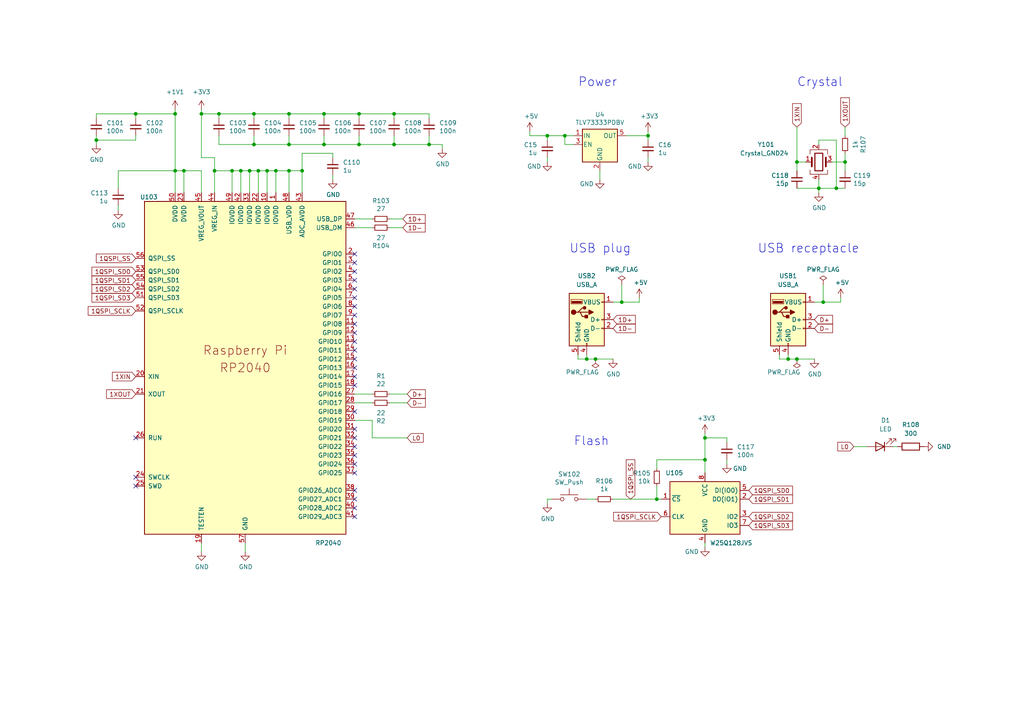
<source format=kicad_sch>
(kicad_sch (version 20231120) (generator "eeschema") (generator_version "8.0")
  (paper "A4")
  (lib_symbols
    (symbol "Connector:USB_A" (pin_names (offset 1.016))
      (property "Reference" "J" (at -5.08 11.43 0))
      (property "Value" "USB_A" (at -5.08 8.89 0))
      (symbol "USB_A_0_1"
        (rectangle (start -5.08 -7.62) (end 5.08 7.62) (stroke (width 0.254)) (fill (type background)))
        (circle (center -3.81 2.159) (radius 0.635) (stroke (width 0.254)) (fill (type outline)))
        (rectangle (start -1.524 4.826) (end -4.318 5.334) (fill (type outline)))
        (rectangle (start -1.27 4.572) (end -4.572 5.842))
        (circle (center -0.635 3.429) (radius 0.381) (stroke (width 0.254)) (fill (type outline)))
        (rectangle (start -0.127 -7.62) (end 0.127 -6.858))
        (polyline (pts (xy -3.175 2.159) (xy -2.54 2.159) (xy -1.27 3.429) (xy -0.635 3.429)) (stroke (width 0.254)))
        (polyline (pts (xy -2.54 2.159) (xy -1.905 2.159) (xy -1.27 0.889) (xy 0 0.889)) (stroke (width 0.254)))
        (polyline (pts (xy 0.635 2.794) (xy 0.635 1.524) (xy 1.905 2.159) (xy 0.635 2.794)) (stroke (width 0.254)) (fill (type outline)))
        (rectangle (start 0.254 1.27) (end -0.508 0.508) (stroke (width 0.254)) (fill (type outline)))
        (rectangle (start 5.08 -2.667) (end 4.318 -2.413))
        (rectangle (start 5.08 -0.127) (end 4.318 0.127))
        (rectangle (start 5.08 4.953) (end 4.318 5.207))
      )
      (symbol "USB_A_1_1"
        (polyline (pts (xy -1.905 2.159) (xy 0.635 2.159)) (stroke (width 0.254)))
        (pin power_in line (at 7.62 5.08 180) (length 2.54) (name "VBUS") (number "1"))
        (pin bidirectional line (at 7.62 -2.54 180) (length 2.54) (name "D-") (number "2"))
        (pin bidirectional line (at 7.62 0 180) (length 2.54) (name "D+") (number "3"))
        (pin power_in line (at 0 -10.16 90) (length 2.54) (name "GND") (number "4"))
        (pin passive line (at -2.54 -10.16 90) (length 2.54) (name "Shield") (number "5"))
      )
    )
    (symbol "Device:C_Small" (pin_numbers hide) (pin_names (offset 0.254) hide)
      (property "Reference" "C" (at 0.254 1.778 0))
      (property "Value" "C_Small" (at 0.254 -2.032 0))
      (symbol "C_Small_0_1"
        (polyline (pts (xy -1.524 -0.508) (xy 1.524 -0.508)) (stroke (width 0.3302)))
        (polyline (pts (xy -1.524 0.508) (xy 1.524 0.508)) (stroke (width 0.3048)))
      )
      (symbol "C_Small_1_1"
        (pin passive line (at 0 2.54 270) (length 2.032) (name "~") (number "1"))
        (pin passive line (at 0 -2.54 90) (length 2.032) (name "~") (number "2"))
      )
    )
    (symbol "Device:Crystal_GND24" (pin_names (offset 1.016) hide)
      (property "Reference" "Y" (at 3.175 5.08 0))
      (property "Value" "Crystal_GND24" (at 3.175 3.175 0))
      (symbol "Crystal_GND24_0_1"
        (rectangle (start -1.143 2.54) (end 1.143 -2.54) (stroke (width 0.3048)))
        (polyline (pts (xy -2.54 0) (xy -2.032 0)))
        (polyline (pts (xy -2.032 -1.27) (xy -2.032 1.27)) (stroke (width 0.508)))
        (polyline (pts (xy 0 -3.81) (xy 0 -3.556)))
        (polyline (pts (xy 0 3.556) (xy 0 3.81)))
        (polyline (pts (xy 2.032 -1.27) (xy 2.032 1.27)) (stroke (width 0.508)))
        (polyline (pts (xy 2.032 0) (xy 2.54 0)))
        (polyline (pts (xy -2.54 -2.286) (xy -2.54 -3.556) (xy 2.54 -3.556) (xy 2.54 -2.286)))
        (polyline (pts (xy -2.54 2.286) (xy -2.54 3.556) (xy 2.54 3.556) (xy 2.54 2.286)))
      )
      (symbol "Crystal_GND24_1_1"
        (pin passive line (at -3.81 0 0) (length 1.27) (name "1") (number "1"))
        (pin passive line (at 0 5.08 270) (length 1.27) (name "2") (number "2"))
        (pin passive line (at 3.81 0 180) (length 1.27) (name "3") (number "3"))
        (pin passive line (at 0 -5.08 90) (length 1.27) (name "4") (number "4"))
      )
    )
    (symbol "Device:LED" (pin_numbers hide) (pin_names (offset 1.016) hide)
      (property "Reference" "D" (at 0 2.54 0))
      (property "Value" "LED" (at 0 -2.54 0))
      (symbol "LED_0_1"
        (polyline (pts (xy -1.27 -1.27) (xy -1.27 1.27)) (stroke (width 0.254)))
        (polyline (pts (xy -1.27 0) (xy 1.27 0)))
        (polyline (pts (xy 1.27 -1.27) (xy 1.27 1.27) (xy -1.27 0) (xy 1.27 -1.27)) (stroke (width 0.254)))
        (polyline (pts (xy -3.048 -0.762) (xy -4.572 -2.286) (xy -3.81 -2.286) (xy -4.572 -2.286) (xy -4.572 -1.524)))
        (polyline (pts (xy -1.778 -0.762) (xy -3.302 -2.286) (xy -2.54 -2.286) (xy -3.302 -2.286) (xy -3.302 -1.524)))
      )
      (symbol "LED_1_1"
        (pin passive line (at -3.81 0 0) (length 2.54) (name "K") (number "1"))
        (pin passive line (at 3.81 0 180) (length 2.54) (name "A") (number "2"))
      )
    )
    (symbol "Device:R" (pin_numbers hide) (pin_names (offset 0))
      (property "Reference" "R" (at 2.032 0 90))
      (property "Value" "R" (at 0 0 90))
      (symbol "R_0_1"
        (rectangle (start -1.016 -2.54) (end 1.016 2.54) (stroke (width 0.254)))
      )
      (symbol "R_1_1"
        (pin passive line (at 0 3.81 270) (length 1.27) (name "~") (number "1"))
        (pin passive line (at 0 -3.81 90) (length 1.27) (name "~") (number "2"))
      )
    )
    (symbol "Device:R_Small" (pin_numbers hide) (pin_names (offset 0.254) hide)
      (property "Reference" "R" (at 0.762 0.508 0))
      (property "Value" "R_Small" (at 0.762 -1.016 0))
      (symbol "R_Small_0_1"
        (rectangle (start -0.762 1.778) (end 0.762 -1.778) (stroke (width 0.2032)))
      )
      (symbol "R_Small_1_1"
        (pin passive line (at 0 2.54 270) (length 0.762) (name "~") (number "1"))
        (pin passive line (at 0 -2.54 90) (length 0.762) (name "~") (number "2"))
      )
    )
    (symbol "GND_1" (power) (pin_numbers hide) (pin_names (offset 0) hide)
      (property "Value" "GND" (at 0 -3.81 0))
      (symbol "GND_1_0_1"
        (polyline (pts (xy 0 0) (xy 0 -1.27) (xy 1.27 -1.27) (xy 0 -2.54) (xy -1.27 -1.27) (xy 0 -1.27)))
      )
      (symbol "GND_1_1_1"
        (pin power_in line (at 0 0 270) (length 0) (name "~") (number "1"))
      )
    )
    (symbol "Memory_Flash:W25Q128JVS"
      (property "Reference" "U" (at -8.89 8.89 0))
      (property "Value" "W25Q128JVS" (at 7.62 8.89 0))
      (symbol "W25Q128JVS_0_1"
        (rectangle (start -10.16 7.62) (end 10.16 -7.62) (stroke (width 0.254)) (fill (type background)))
      )
      (symbol "W25Q128JVS_1_1"
        (pin input line (at -12.7 2.54 0) (length 2.54) (name "~{CS}") (number "1"))
        (pin bidirectional line (at 12.7 2.54 180) (length 2.54) (name "DO(IO1)") (number "2"))
        (pin bidirectional line (at 12.7 -2.54 180) (length 2.54) (name "IO2") (number "3"))
        (pin power_in line (at 0 -10.16 90) (length 2.54) (name "GND") (number "4"))
        (pin bidirectional line (at 12.7 5.08 180) (length 2.54) (name "DI(IO0)") (number "5"))
        (pin input line (at -12.7 -2.54 0) (length 2.54) (name "CLK") (number "6"))
        (pin bidirectional line (at 12.7 -5.08 180) (length 2.54) (name "IO3") (number "7"))
        (pin power_in line (at 0 10.16 270) (length 2.54) (name "VCC") (number "8"))
      )
    )
    (symbol "RP2040:RP2040" (pin_names (offset 1.016))
      (property "Reference" "U" (at -29.21 49.53 0))
      (property "Value" "RP2040" (at 24.13 -49.53 0))
      (symbol "RP2040_0_0"
        (text "Raspberry Pi" (at 0 5.08 0) (effects (font (size 2.54 2.54))))
        (text "RP2040" (at 0 0 0) (effects (font (size 2.54 2.54))))
      )
      (symbol "RP2040_0_1"
        (rectangle (start 29.21 48.26) (end -29.21 -48.26) (stroke (width 0.254)) (fill (type background)))
      )
      (symbol "RP2040_1_1"
        (pin power_in line (at 8.89 50.8 270) (length 2.54) (name "IOVDD") (number "1"))
        (pin power_in line (at 6.35 50.8 270) (length 2.54) (name "IOVDD") (number "10"))
        (pin bidirectional line (at 31.75 12.7 180) (length 2.54) (name "GPIO8") (number "11"))
        (pin bidirectional line (at 31.75 10.16 180) (length 2.54) (name "GPIO9") (number "12"))
        (pin bidirectional line (at 31.75 7.62 180) (length 2.54) (name "GPIO10") (number "13"))
        (pin bidirectional line (at 31.75 5.08 180) (length 2.54) (name "GPIO11") (number "14"))
        (pin bidirectional line (at 31.75 2.54 180) (length 2.54) (name "GPIO12") (number "15"))
        (pin bidirectional line (at 31.75 0 180) (length 2.54) (name "GPIO13") (number "16"))
        (pin bidirectional line (at 31.75 -2.54 180) (length 2.54) (name "GPIO14") (number "17"))
        (pin bidirectional line (at 31.75 -5.08 180) (length 2.54) (name "GPIO15") (number "18"))
        (pin passive line (at -12.7 -50.8 90) (length 2.54) (name "TESTEN") (number "19"))
        (pin bidirectional line (at 31.75 33.02 180) (length 2.54) (name "GPIO0") (number "2"))
        (pin input line (at -31.75 -2.54 0) (length 2.54) (name "XIN") (number "20"))
        (pin passive line (at -31.75 -7.62 0) (length 2.54) (name "XOUT") (number "21"))
        (pin power_in line (at 3.81 50.8 270) (length 2.54) (name "IOVDD") (number "22"))
        (pin power_in line (at -17.78 50.8 270) (length 2.54) (name "DVDD") (number "23"))
        (pin output line (at -31.75 -31.75 0) (length 2.54) (name "SWCLK") (number "24"))
        (pin bidirectional line (at -31.75 -34.29 0) (length 2.54) (name "SWD") (number "25"))
        (pin input line (at -31.75 -20.32 0) (length 2.54) (name "RUN") (number "26"))
        (pin bidirectional line (at 31.75 -7.62 180) (length 2.54) (name "GPIO16") (number "27"))
        (pin bidirectional line (at 31.75 -10.16 180) (length 2.54) (name "GPIO17") (number "28"))
        (pin bidirectional line (at 31.75 -12.7 180) (length 2.54) (name "GPIO18") (number "29"))
        (pin bidirectional line (at 31.75 30.48 180) (length 2.54) (name "GPIO1") (number "3"))
        (pin bidirectional line (at 31.75 -15.24 180) (length 2.54) (name "GPIO19") (number "30"))
        (pin bidirectional line (at 31.75 -17.78 180) (length 2.54) (name "GPIO20") (number "31"))
        (pin bidirectional line (at 31.75 -20.32 180) (length 2.54) (name "GPIO21") (number "32"))
        (pin power_in line (at 1.27 50.8 270) (length 2.54) (name "IOVDD") (number "33"))
        (pin bidirectional line (at 31.75 -22.86 180) (length 2.54) (name "GPIO22") (number "34"))
        (pin bidirectional line (at 31.75 -25.4 180) (length 2.54) (name "GPIO23") (number "35"))
        (pin bidirectional line (at 31.75 -27.94 180) (length 2.54) (name "GPIO24") (number "36"))
        (pin bidirectional line (at 31.75 -30.48 180) (length 2.54) (name "GPIO25") (number "37"))
        (pin bidirectional line (at 31.75 -35.56 180) (length 2.54) (name "GPIO26_ADC0") (number "38"))
        (pin bidirectional line (at 31.75 -38.1 180) (length 2.54) (name "GPIO27_ADC1") (number "39"))
        (pin bidirectional line (at 31.75 27.94 180) (length 2.54) (name "GPIO2") (number "4"))
        (pin bidirectional line (at 31.75 -40.64 180) (length 2.54) (name "GPIO28_ADC2") (number "40"))
        (pin bidirectional line (at 31.75 -43.18 180) (length 2.54) (name "GPIO29_ADC3") (number "41"))
        (pin power_in line (at -1.27 50.8 270) (length 2.54) (name "IOVDD") (number "42"))
        (pin power_in line (at 16.51 50.8 270) (length 2.54) (name "ADC_AVDD") (number "43"))
        (pin power_in line (at -8.89 50.8 270) (length 2.54) (name "VREG_IN") (number "44"))
        (pin power_out line (at -12.7 50.8 270) (length 2.54) (name "VREG_VOUT") (number "45"))
        (pin bidirectional line (at 31.75 40.64 180) (length 2.54) (name "USB_DM") (number "46"))
        (pin bidirectional line (at 31.75 43.18 180) (length 2.54) (name "USB_DP") (number "47"))
        (pin power_in line (at 12.7 50.8 270) (length 2.54) (name "USB_VDD") (number "48"))
        (pin power_in line (at -3.81 50.8 270) (length 2.54) (name "IOVDD") (number "49"))
        (pin bidirectional line (at 31.75 25.4 180) (length 2.54) (name "GPIO3") (number "5"))
        (pin power_in line (at -20.32 50.8 270) (length 2.54) (name "DVDD") (number "50"))
        (pin bidirectional line (at -31.75 20.32 0) (length 2.54) (name "QSPI_SD3") (number "51"))
        (pin output line (at -31.75 16.51 0) (length 2.54) (name "QSPI_SCLK") (number "52"))
        (pin bidirectional line (at -31.75 27.94 0) (length 2.54) (name "QSPI_SD0") (number "53"))
        (pin bidirectional line (at -31.75 22.86 0) (length 2.54) (name "QSPI_SD2") (number "54"))
        (pin bidirectional line (at -31.75 25.4 0) (length 2.54) (name "QSPI_SD1") (number "55"))
        (pin bidirectional line (at -31.75 31.75 0) (length 2.54) (name "QSPI_SS") (number "56"))
        (pin power_in line (at 0 -50.8 90) (length 2.54) (name "GND") (number "57"))
        (pin bidirectional line (at 31.75 22.86 180) (length 2.54) (name "GPIO4") (number "6"))
        (pin bidirectional line (at 31.75 20.32 180) (length 2.54) (name "GPIO5") (number "7"))
        (pin bidirectional line (at 31.75 17.78 180) (length 2.54) (name "GPIO6") (number "8"))
        (pin bidirectional line (at 31.75 15.24 180) (length 2.54) (name "GPIO7") (number "9"))
      )
    )
    (symbol "Regulator_Linear:TLV73333PDBV" (pin_names (offset 0.254))
      (property "Reference" "U" (at -3.81 5.715 0))
      (property "Value" "TLV73333PDBV" (at 0 5.715 0))
      (symbol "TLV73333PDBV_0_1"
        (rectangle (start -5.08 4.445) (end 5.08 -5.08) (stroke (width 0.254)) (fill (type background)))
      )
      (symbol "TLV73333PDBV_1_1"
        (pin power_in line (at -7.62 2.54 0) (length 2.54) (name "IN") (number "1"))
        (pin power_in line (at 0 -7.62 90) (length 2.54) (name "GND") (number "2"))
        (pin input line (at -7.62 0 0) (length 2.54) (name "EN") (number "3"))
        (pin no_connect line (at 5.08 0 180) (length 2.54) hide (name "NC") (number "4"))
        (pin power_out line (at 7.62 2.54 180) (length 2.54) (name "OUT") (number "5"))
      )
    )
    (symbol "Switch:SW_Push" (pin_numbers hide) (pin_names (offset 1.016) hide)
      (property "Reference" "SW" (at 1.27 2.54 0))
      (property "Value" "SW_Push" (at 0 -1.524 0))
      (symbol "SW_Push_0_1"
        (circle (center -2.032 0) (radius 0.508))
        (polyline (pts (xy 0 1.27) (xy 0 3.048)))
        (polyline (pts (xy 2.54 1.27) (xy -2.54 1.27)))
        (circle (center 2.032 0) (radius 0.508))
        (pin passive line (at -5.08 0 0) (length 2.54) (name "1") (number "1"))
        (pin passive line (at 5.08 0 180) (length 2.54) (name "2") (number "2"))
      )
    )
    (symbol "power:+1V1" (power) (pin_names (offset 0))
      (property "Value" "+1V1" (at 0 3.556 0))
      (symbol "+1V1_0_1"
        (polyline (pts (xy -0.762 1.27) (xy 0 2.54)))
        (polyline (pts (xy 0 0) (xy 0 2.54)))
        (polyline (pts (xy 0 2.54) (xy 0.762 1.27)))
      )
      (symbol "+1V1_1_1"
        (pin power_in line (at 0 0 90) (length 0) hide (name "+1V1") (number "1"))
      )
    )
    (symbol "power:+3V3" (power) (pin_names (offset 0))
      (property "Value" "+3V3" (at 0 3.556 0))
      (symbol "+3V3_0_1"
        (polyline (pts (xy -0.762 1.27) (xy 0 2.54)))
        (polyline (pts (xy 0 0) (xy 0 2.54)))
        (polyline (pts (xy 0 2.54) (xy 0.762 1.27)))
      )
      (symbol "+3V3_1_1"
        (pin power_in line (at 0 0 90) (length 0) hide (name "+3V3") (number "1"))
      )
    )
    (symbol "power:+5V" (power) (pin_names (offset 0))
      (property "Value" "+5V" (at 0 3.556 0))
      (symbol "+5V_0_1"
        (polyline (pts (xy -0.762 1.27) (xy 0 2.54)))
        (polyline (pts (xy 0 0) (xy 0 2.54)))
        (polyline (pts (xy 0 2.54) (xy 0.762 1.27)))
      )
      (symbol "+5V_1_1"
        (pin power_in line (at 0 0 90) (length 0) hide (name "+5V") (number "1"))
      )
    )
    (symbol "power:GND" (power) (pin_names (offset 0))
      (property "Value" "GND" (at 0 -3.81 0))
      (symbol "GND_0_1"
        (polyline (pts (xy 0 0) (xy 0 -1.27) (xy 1.27 -1.27) (xy 0 -2.54) (xy -1.27 -1.27) (xy 0 -1.27)))
      )
      (symbol "GND_1_1"
        (pin power_in line (at 0 0 270) (length 0) hide (name "GND") (number "1"))
      )
    )
    (symbol "power:PWR_FLAG" (power) (pin_numbers hide) (pin_names (offset 0) hide)
      (property "Value" "PWR_FLAG" (at 0 3.81 0))
      (symbol "PWR_FLAG_0_0"
        (pin power_out line (at 0 0 90) (length 0) (name "pwr") (number "1"))
      )
      (symbol "PWR_FLAG_0_1"
        (polyline (pts (xy 0 0) (xy 0 1.27) (xy -1.016 1.905) (xy 0 2.54) (xy 1.016 1.905) (xy 0 1.27)))
      )
    )
  )
  (junction (at 245.11 46.99))
  (junction (at 83.82 41.91))
  (junction (at 124.46 41.91))
  (junction (at 172.72 104.14))
  (junction (at 73.66 33.02))
  (junction (at 180.34 87.63))
  (junction (at 63.5 33.02))
  (junction (at 204.47 133.35))
  (junction (at 73.66 41.91))
  (junction (at 62.23 49.53))
  (junction (at 114.3 33.02))
  (junction (at 69.85 49.53))
  (junction (at 53.34 49.53))
  (junction (at 83.82 49.53))
  (junction (at 104.14 41.91))
  (junction (at 93.98 41.91))
  (junction (at 187.96 39.37))
  (junction (at 228.6 104.14))
  (junction (at 163.83 39.37))
  (junction (at 39.37 33.02))
  (junction (at 83.82 33.02))
  (junction (at 238.76 87.63))
  (junction (at 58.42 33.02))
  (junction (at 237.49 54.61))
  (junction (at 170.18 104.14))
  (junction (at 93.98 33.02))
  (junction (at 74.93 49.53))
  (junction (at 27.94 40.64))
  (junction (at 190.5 144.78))
  (junction (at 87.63 49.53))
  (junction (at 77.47 49.53))
  (junction (at 158.75 39.37))
  (junction (at 80.01 49.53))
  (junction (at 104.14 33.02))
  (junction (at 231.14 104.14))
  (junction (at 50.8 49.53))
  (junction (at 204.47 127))
  (junction (at 67.31 49.53))
  (junction (at 242.57 54.61))
  (junction (at 72.39 49.53))
  (junction (at 50.8 33.02))
  (junction (at 231.14 46.99))
  (junction (at 114.3 41.91))
  (no_connect (at 39.37 140.97))
  (no_connect (at 102.87 129.54))
  (no_connect (at 102.87 132.08))
  (no_connect (at 39.37 138.43))
  (no_connect (at 102.87 134.62))
  (no_connect (at 102.87 88.9))
  (no_connect (at 102.87 73.66))
  (no_connect (at 102.87 106.68))
  (no_connect (at 102.87 109.22))
  (no_connect (at 102.87 111.76))
  (no_connect (at 102.87 81.28))
  (no_connect (at 39.37 127))
  (no_connect (at 102.87 137.16))
  (no_connect (at 102.87 127))
  (no_connect (at 102.87 142.24))
  (no_connect (at 102.87 96.52))
  (no_connect (at 102.87 104.14))
  (no_connect (at 102.87 78.74))
  (no_connect (at 102.87 149.86))
  (no_connect (at 102.87 101.6))
  (no_connect (at 102.87 147.32))
  (no_connect (at 102.87 91.44))
  (no_connect (at 102.87 86.36))
  (no_connect (at 102.87 144.78))
  (no_connect (at 102.87 119.38))
  (no_connect (at 102.87 83.82))
  (no_connect (at 102.87 124.46))
  (no_connect (at 102.87 93.98))
  (no_connect (at 102.87 99.06))
  (no_connect (at 102.87 76.2))
  (wire (pts (xy 170.18 144.78) (xy 172.72 144.78)))
  (wire (pts (xy 69.85 49.53) (xy 72.39 49.53)))
  (wire (pts (xy 158.75 144.78) (xy 160.02 144.78)))
  (wire (pts (xy 80.01 49.53) (xy 83.82 49.53)))
  (wire (pts (xy 167.64 102.87) (xy 167.64 104.14)))
  (wire (pts (xy 180.34 87.63) (xy 185.42 87.63)))
  (wire (pts (xy 34.29 59.69) (xy 34.29 60.96)))
  (wire (pts (xy 74.93 49.53) (xy 77.47 49.53)))
  (wire (pts (xy 93.98 34.29) (xy 93.98 33.02)))
  (wire (pts (xy 190.5 140.97) (xy 190.5 144.78)))
  (wire (pts (xy 228.6 102.87) (xy 228.6 104.14)))
  (wire (pts (xy 228.6 104.14) (xy 231.14 104.14)))
  (wire (pts (xy 231.14 54.61) (xy 237.49 54.61)))
  (wire (pts (xy 114.3 41.91) (xy 124.46 41.91)))
  (wire (pts (xy 104.14 33.02) (xy 114.3 33.02)))
  (wire (pts (xy 27.94 40.64) (xy 39.37 40.64)))
  (wire (pts (xy 181.61 39.37) (xy 187.96 39.37)))
  (wire (pts (xy 27.94 33.02) (xy 39.37 33.02)))
  (wire (pts (xy 102.87 116.84) (xy 107.95 116.84)))
  (wire (pts (xy 71.12 157.48) (xy 71.12 160.02)))
  (wire (pts (xy 187.96 39.37) (xy 187.96 40.64)))
  (wire (pts (xy 166.37 39.37) (xy 163.83 39.37)))
  (wire (pts (xy 73.66 39.37) (xy 73.66 41.91)))
  (wire (pts (xy 83.82 55.88) (xy 83.82 49.53)))
  (wire (pts (xy 231.14 36.83) (xy 231.14 46.99)))
  (wire (pts (xy 67.31 49.53) (xy 69.85 49.53)))
  (wire (pts (xy 242.57 40.64) (xy 242.57 54.61)))
  (wire (pts (xy 113.03 116.84) (xy 118.11 116.84)))
  (wire (pts (xy 53.34 49.53) (xy 58.42 49.53)))
  (wire (pts (xy 124.46 39.37) (xy 124.46 41.91)))
  (wire (pts (xy 102.87 66.04) (xy 107.95 66.04)))
  (wire (pts (xy 114.3 34.29) (xy 114.3 33.02)))
  (wire (pts (xy 177.8 87.63) (xy 180.34 87.63)))
  (wire (pts (xy 67.31 55.88) (xy 67.31 49.53)))
  (wire (pts (xy 124.46 41.91) (xy 128.27 41.91)))
  (wire (pts (xy 83.82 34.29) (xy 83.82 33.02)))
  (wire (pts (xy 107.95 127) (xy 107.95 121.92)))
  (wire (pts (xy 158.75 39.37) (xy 163.83 39.37)))
  (wire (pts (xy 53.34 49.53) (xy 53.34 55.88)))
  (wire (pts (xy 237.49 41.91) (xy 237.49 40.64)))
  (wire (pts (xy 243.84 87.63) (xy 243.84 86.36)))
  (wire (pts (xy 128.27 41.91) (xy 128.27 43.18)))
  (wire (pts (xy 87.63 49.53) (xy 87.63 55.88)))
  (wire (pts (xy 245.11 46.99) (xy 245.11 49.53)))
  (wire (pts (xy 34.29 54.61) (xy 34.29 49.53)))
  (wire (pts (xy 102.87 114.3) (xy 107.95 114.3)))
  (wire (pts (xy 237.49 52.07) (xy 237.49 54.61)))
  (wire (pts (xy 233.68 46.99) (xy 231.14 46.99)))
  (wire (pts (xy 83.82 41.91) (xy 93.98 41.91)))
  (wire (pts (xy 241.3 46.99) (xy 245.11 46.99)))
  (wire (pts (xy 58.42 33.02) (xy 63.5 33.02)))
  (wire (pts (xy 62.23 49.53) (xy 62.23 45.72)))
  (wire (pts (xy 96.52 45.72) (xy 96.52 44.45)))
  (wire (pts (xy 27.94 39.37) (xy 27.94 40.64)))
  (wire (pts (xy 158.75 45.72) (xy 158.75 46.99)))
  (wire (pts (xy 102.87 63.5) (xy 107.95 63.5)))
  (wire (pts (xy 113.03 114.3) (xy 118.11 114.3)))
  (wire (pts (xy 63.5 33.02) (xy 73.66 33.02)))
  (wire (pts (xy 62.23 55.88) (xy 62.23 49.53)))
  (wire (pts (xy 62.23 49.53) (xy 67.31 49.53)))
  (wire (pts (xy 210.82 127) (xy 210.82 128.27)))
  (wire (pts (xy 63.5 39.37) (xy 63.5 41.91)))
  (wire (pts (xy 73.66 34.29) (xy 73.66 33.02)))
  (wire (pts (xy 73.66 41.91) (xy 83.82 41.91)))
  (wire (pts (xy 113.03 66.04) (xy 116.84 66.04)))
  (wire (pts (xy 27.94 40.64) (xy 27.94 41.91)))
  (wire (pts (xy 104.14 41.91) (xy 114.3 41.91)))
  (wire (pts (xy 83.82 49.53) (xy 87.63 49.53)))
  (wire (pts (xy 107.95 121.92) (xy 102.87 121.92)))
  (wire (pts (xy 77.47 49.53) (xy 80.01 49.53)))
  (wire (pts (xy 73.66 33.02) (xy 83.82 33.02)))
  (wire (pts (xy 72.39 55.88) (xy 72.39 49.53)))
  (wire (pts (xy 50.8 33.02) (xy 50.8 49.53)))
  (wire (pts (xy 77.47 55.88) (xy 77.47 49.53)))
  (wire (pts (xy 204.47 133.35) (xy 204.47 137.16)))
  (wire (pts (xy 187.96 45.72) (xy 187.96 46.99)))
  (wire (pts (xy 245.11 46.99) (xy 245.11 44.45)))
  (wire (pts (xy 173.99 49.53) (xy 173.99 52.07)))
  (wire (pts (xy 83.82 39.37) (xy 83.82 41.91)))
  (wire (pts (xy 63.5 34.29) (xy 63.5 33.02)))
  (wire (pts (xy 58.42 45.72) (xy 58.42 33.02)))
  (wire (pts (xy 187.96 38.1) (xy 187.96 39.37)))
  (wire (pts (xy 158.75 40.64) (xy 158.75 39.37)))
  (wire (pts (xy 62.23 45.72) (xy 58.42 45.72)))
  (wire (pts (xy 190.5 133.35) (xy 204.47 133.35)))
  (wire (pts (xy 93.98 41.91) (xy 104.14 41.91)))
  (wire (pts (xy 185.42 87.63) (xy 185.42 86.36)))
  (wire (pts (xy 238.76 82.55) (xy 238.76 87.63)))
  (wire (pts (xy 166.37 41.91) (xy 163.83 41.91)))
  (wire (pts (xy 238.76 87.63) (xy 243.84 87.63)))
  (wire (pts (xy 247.65 129.54) (xy 251.46 129.54)))
  (wire (pts (xy 113.03 63.5) (xy 116.84 63.5)))
  (wire (pts (xy 177.8 144.78) (xy 190.5 144.78)))
  (wire (pts (xy 87.63 44.45) (xy 96.52 44.45)))
  (wire (pts (xy 190.5 144.78) (xy 191.77 144.78)))
  (wire (pts (xy 96.52 50.8) (xy 96.52 52.07)))
  (wire (pts (xy 27.94 34.29) (xy 27.94 33.02)))
  (wire (pts (xy 58.42 49.53) (xy 58.42 55.88)))
  (wire (pts (xy 153.67 39.37) (xy 158.75 39.37)))
  (wire (pts (xy 204.47 127) (xy 204.47 125.73)))
  (wire (pts (xy 237.49 54.61) (xy 237.49 55.88)))
  (wire (pts (xy 69.85 55.88) (xy 69.85 49.53)))
  (wire (pts (xy 231.14 104.14) (xy 236.22 104.14)))
  (wire (pts (xy 245.11 39.37) (xy 245.11 36.83)))
  (wire (pts (xy 190.5 135.89) (xy 190.5 133.35)))
  (wire (pts (xy 231.14 46.99) (xy 231.14 49.53)))
  (wire (pts (xy 170.18 104.14) (xy 172.72 104.14)))
  (wire (pts (xy 204.47 157.48) (xy 204.47 158.75)))
  (wire (pts (xy 237.49 40.64) (xy 242.57 40.64)))
  (wire (pts (xy 58.42 157.48) (xy 58.42 160.02)))
  (wire (pts (xy 74.93 55.88) (xy 74.93 49.53)))
  (wire (pts (xy 104.14 39.37) (xy 104.14 41.91)))
  (wire (pts (xy 114.3 33.02) (xy 124.46 33.02)))
  (wire (pts (xy 124.46 34.29) (xy 124.46 33.02)))
  (wire (pts (xy 242.57 54.61) (xy 237.49 54.61)))
  (wire (pts (xy 72.39 49.53) (xy 74.93 49.53)))
  (wire (pts (xy 158.75 144.78) (xy 158.75 146.05)))
  (wire (pts (xy 39.37 40.64) (xy 39.37 39.37)))
  (wire (pts (xy 226.06 104.14) (xy 228.6 104.14)))
  (wire (pts (xy 83.82 33.02) (xy 93.98 33.02)))
  (wire (pts (xy 245.11 54.61) (xy 242.57 54.61)))
  (wire (pts (xy 93.98 33.02) (xy 104.14 33.02)))
  (wire (pts (xy 172.72 104.14) (xy 177.8 104.14)))
  (wire (pts (xy 104.14 34.29) (xy 104.14 33.02)))
  (wire (pts (xy 50.8 31.75) (xy 50.8 33.02)))
  (wire (pts (xy 50.8 49.53) (xy 53.34 49.53)))
  (wire (pts (xy 34.29 49.53) (xy 50.8 49.53)))
  (wire (pts (xy 180.34 82.55) (xy 180.34 87.63)))
  (wire (pts (xy 163.83 41.91) (xy 163.83 39.37)))
  (wire (pts (xy 39.37 34.29) (xy 39.37 33.02)))
  (wire (pts (xy 39.37 33.02) (xy 50.8 33.02)))
  (wire (pts (xy 204.47 127) (xy 210.82 127)))
  (wire (pts (xy 50.8 49.53) (xy 50.8 55.88)))
  (wire (pts (xy 153.67 39.37) (xy 153.67 38.1)))
  (wire (pts (xy 93.98 39.37) (xy 93.98 41.91)))
  (wire (pts (xy 260.35 129.54) (xy 259.08 129.54)))
  (wire (pts (xy 87.63 44.45) (xy 87.63 49.53)))
  (wire (pts (xy 236.22 87.63) (xy 238.76 87.63)))
  (wire (pts (xy 170.18 102.87) (xy 170.18 104.14)))
  (wire (pts (xy 73.66 41.91) (xy 63.5 41.91)))
  (wire (pts (xy 118.11 127) (xy 107.95 127)))
  (wire (pts (xy 210.82 133.35) (xy 210.82 134.62)))
  (wire (pts (xy 204.47 133.35) (xy 204.47 127)))
  (wire (pts (xy 226.06 102.87) (xy 226.06 104.14)))
  (wire (pts (xy 80.01 55.88) (xy 80.01 49.53)))
  (wire (pts (xy 114.3 39.37) (xy 114.3 41.91)))
  (wire (pts (xy 167.64 104.14) (xy 170.18 104.14)))
  (wire (pts (xy 58.42 31.75) (xy 58.42 33.02)))
  (text "USB receptacle" (at 219.71 73.66 0) (effects (font (size 2.54 2.54)) (justify left bottom)))
  (text "Crystal" (at 231.14 25.4 0) (effects (font (size 2.54 2.54)) (justify left bottom)))
  (text "USB plug" (at 165.1 73.66 0) (effects (font (size 2.54 2.54)) (justify left bottom)))
  (text "Power" (at 167.64 25.4 0) (effects (font (size 2.54 2.54)) (justify left bottom)))
  (text "Flash" (at 166.37 129.54 0) (effects (font (size 2.54 2.54)) (justify left bottom)))
  (global_label "L0" (shape input) (at 118.11 127 0) (property "Intersheetrefs" "${INTERSHEET_REFS}" (effects (hide yes))))
  (global_label "1XOUT" (shape input) (at 245.11 36.83 90) (property "Intersheetrefs" "${INTERSHEET_REFS}" (effects (hide yes))))
  (global_label "D+" (shape input) (at 236.22 92.71 0) (property "Intersheetrefs" "${INTERSHEET_REFS}" (effects (hide yes))))
  (global_label "D-" (shape input) (at 236.22 95.25 0) (property "Intersheetrefs" "${INTERSHEET_REFS}" (effects (hide yes))))
  (global_label "1QSPI_SD0" (shape input) (at 39.37 78.74 180) (property "Intersheetrefs" "${INTERSHEET_REFS}" (effects (hide yes))))
  (global_label "1QSPI_SD0" (shape input) (at 217.17 142.24 0) (property "Intersheetrefs" "${INTERSHEET_REFS}" (effects (hide yes))))
  (global_label "1QSPI_SD3" (shape input) (at 39.37 86.36 180) (property "Intersheetrefs" "${INTERSHEET_REFS}" (effects (hide yes))))
  (global_label "L0" (shape input) (at 247.65 129.54 180) (property "Intersheetrefs" "${INTERSHEET_REFS}" (effects (hide yes))))
  (global_label "1QSPI_SCLK" (shape input) (at 191.77 149.86 180) (property "Intersheetrefs" "${INTERSHEET_REFS}" (effects (hide yes))))
  (global_label "1QSPI_SCLK" (shape input) (at 39.37 90.17 180) (property "Intersheetrefs" "${INTERSHEET_REFS}" (effects (hide yes))))
  (global_label "1D+" (shape input) (at 177.8 92.71 0) (property "Intersheetrefs" "${INTERSHEET_REFS}" (effects (hide yes))))
  (global_label "D+" (shape input) (at 118.11 114.3 0) (property "Intersheetrefs" "${INTERSHEET_REFS}" (effects (hide yes))))
  (global_label "1XIN" (shape input) (at 39.37 109.22 180) (property "Intersheetrefs" "${INTERSHEET_REFS}" (effects (hide yes))))
  (global_label "1QSPI_SD1" (shape input) (at 39.37 81.28 180) (property "Intersheetrefs" "${INTERSHEET_REFS}" (effects (hide yes))))
  (global_label "1D+" (shape input) (at 116.84 63.5 0) (property "Intersheetrefs" "${INTERSHEET_REFS}" (effects (hide yes))))
  (global_label "1XIN" (shape input) (at 231.14 36.83 90) (property "Intersheetrefs" "${INTERSHEET_REFS}" (effects (hide yes))))
  (global_label "1QSPI_SS" (shape input) (at 39.37 74.93 180) (property "Intersheetrefs" "${INTERSHEET_REFS}" (effects (hide yes))))
  (global_label "1QSPI_SD3" (shape input) (at 217.17 152.4 0) (property "Intersheetrefs" "${INTERSHEET_REFS}" (effects (hide yes))))
  (global_label "1D-" (shape input) (at 177.8 95.25 0) (property "Intersheetrefs" "${INTERSHEET_REFS}" (effects (hide yes))))
  (global_label "D-" (shape input) (at 118.11 116.84 0) (property "Intersheetrefs" "${INTERSHEET_REFS}" (effects (hide yes))))
  (global_label "1QSPI_SD2" (shape input) (at 39.37 83.82 180) (property "Intersheetrefs" "${INTERSHEET_REFS}" (effects (hide yes))))
  (global_label "1D-" (shape input) (at 116.84 66.04 0) (property "Intersheetrefs" "${INTERSHEET_REFS}" (effects (hide yes))))
  (global_label "1QSPI_SS" (shape input) (at 182.88 144.78 90) (property "Intersheetrefs" "${INTERSHEET_REFS}" (effects (hide yes))))
  (global_label "1QSPI_SD2" (shape input) (at 217.17 149.86 0) (property "Intersheetrefs" "${INTERSHEET_REFS}" (effects (hide yes))))
  (global_label "1XOUT" (shape input) (at 39.37 114.3 180) (property "Intersheetrefs" "${INTERSHEET_REFS}" (effects (hide yes))))
  (global_label "1QSPI_SD1" (shape input) (at 217.17 144.78 0) (property "Intersheetrefs" "${INTERSHEET_REFS}" (effects (hide yes))))
  (symbol (lib_id "power:GND") (at 173.99 52.07 0) (unit 1)
    (property "Reference" "#PWR023" (effects (hide yes)))
    (property "Value" "GND" (at 170.18 53.34 0))
  )
  (symbol (lib_id "power:+3V3") (at 187.96 38.1 0) (unit 1)
    (property "Reference" "#PWR017" (effects (hide yes)))
    (property "Value" "+3V3" (at 188.341 33.7058 0))
  )
  (symbol (lib_id "Device:C_Small") (at 158.75 43.18 0) (mirror y) (unit 1)
    (property "Reference" "C15" (at 155.829 42.0116 0) (effects (justify left)))
    (property "Value" "1u" (at 155.829 44.323 0) (effects (justify left)))
    (property "Footprint" "Capacitor_SMD:C_0402_1005Metric" (effects (hide yes)))
    (property "LCSC" "C52923" (effects (hide yes)))
  )
  (symbol (lib_id "Device:C_Small") (at 187.96 43.18 0) (unit 1)
    (property "Reference" "C16" (at 190.881 42.0116 0) (effects (justify left)))
    (property "Value" "1u" (at 190.881 44.323 0) (effects (justify left)))
    (property "Footprint" "Capacitor_SMD:C_0402_1005Metric" (effects (hide yes)))
    (property "LCSC" "C52923" (effects (hide yes)))
  )
  (symbol (lib_id "power:GND") (at 158.75 46.99 0) (unit 1)
    (property "Reference" "#PWR021" (effects (hide yes)))
    (property "Value" "GND" (at 154.94 48.26 0))
  )
  (symbol (lib_id "power:GND") (at 187.96 46.99 0) (unit 1)
    (property "Reference" "#PWR022" (effects (hide yes)))
    (property "Value" "GND" (at 184.15 48.26 0))
  )
  (symbol (lib_id "Regulator_Linear:TLV73333PDBV") (at 173.99 41.91 0) (unit 1)
    (property "Reference" "U4" (at 173.99 33.2232 0))
    (property "Value" "TLV73333PDBV" (at 173.99 35.5346 0))
    (property "Footprint" "SOT-23-5:SOT-23-5" (effects (hide yes)))
    (property "Datasheet" "http://www.ti.com/lit/ds/symlink/tlv733p.pdf" (effects (hide yes)))
    (property "LCSC" "C134139" (effects (hide yes)))
  )
  (symbol (lib_id "power:+5V") (at 153.67 38.1 0) (unit 1)
    (property "Reference" "#PWR016" (effects (hide yes)))
    (property "Value" "+5V" (at 154.051 33.7058 0))
  )
  (symbol (lib_id "power:GND") (at 237.49 55.88 0) (unit 1)
    (property "Reference" "#PWR0113" (effects (hide yes)))
    (property "Value" "GND" (at 237.617 60.2742 0))
  )
  (symbol (lib_id "Device:C_Small") (at 73.66 36.83 0) (unit 1)
    (property "Reference" "C104" (at 76.581 35.6616 0) (effects (justify left)))
    (property "Value" "100n" (at 76.581 37.973 0) (effects (justify left)))
    (property "Footprint" "Capacitor_SMD:C_0402_1005Metric" (effects (hide yes)))
    (property "LCSC" "C1525" (effects (hide yes)))
  )
  (symbol (lib_id "Device:R_Small") (at 110.49 114.3 270) (unit 1)
    (property "Reference" "R1" (at 110.49 109.0422 90))
    (property "Value" "22" (at 110.49 111.3536 90))
    (property "Footprint" "Resistor_SMD:R_0402_1005Metric" (effects (hide yes)))
    (property "LCSC" "C102906" (effects (hide yes)))
  )
  (symbol (lib_id "Connector:USB_A") (at 228.6 92.71 0) (unit 1)
    (property "Reference" "USB1" (at 228.6 80.01 0))
    (property "Value" "USB_A" (at 228.6 82.55 0))
    (property "Footprint" "Type-A:C42459" (effects (hide yes)))
    (property "Datasheet" " ~" (effects (hide yes)))
    (property "LCSC" "C42459" (effects (hide yes)))
  )
  (symbol (lib_id "power:GND") (at 128.27 43.18 0) (unit 1)
    (property "Reference" "#PWR0101" (effects (hide yes)))
    (property "Value" "GND" (at 128.397 47.5742 0))
  )
  (symbol (lib_id "Device:Crystal_GND24") (at 237.49 46.99 0) (unit 1)
    (property "Reference" "Y101" (at 219.71 41.91 0) (effects (justify left)))
    (property "Value" "Crystal_GND24" (at 214.63 44.45 0) (effects (justify left)))
    (property "Footprint" "Crystal:Crystal_SMD_2520-4Pin_2.5x2.0mm" (effects (hide yes)))
    (property "LCSC" "C90603" (effects (hide yes)))
  )
  (symbol (lib_id "power:GND") (at 58.42 160.02 0) (unit 1)
    (property "Reference" "#PWR0105" (effects (hide yes)))
    (property "Value" "GND" (at 58.547 164.4142 0))
  )
  (symbol (lib_id "power:+5V") (at 185.42 86.36 0) (unit 1)
    (property "Reference" "#PWR02" (effects (hide yes)))
    (property "Value" "+5V" (at 185.801 81.9658 0))
  )
  (symbol (lib_id "Device:C_Small") (at 210.82 130.81 0) (unit 1)
    (property "Reference" "C117" (at 213.741 129.6416 0) (effects (justify left)))
    (property "Value" "100n" (at 213.741 131.953 0) (effects (justify left)))
    (property "Footprint" "Capacitor_SMD:C_0402_1005Metric" (effects (hide yes)))
    (property "LCSC" "C1525" (effects (hide yes)))
  )
  (symbol (lib_id "Device:C_Small") (at 114.3 36.83 0) (unit 1)
    (property "Reference" "C108" (at 117.221 35.6616 0) (effects (justify left)))
    (property "Value" "100n" (at 117.221 37.973 0) (effects (justify left)))
    (property "Footprint" "Capacitor_SMD:C_0402_1005Metric" (effects (hide yes)))
    (property "LCSC" "C1525" (effects (hide yes)))
  )
  (symbol (lib_id "Device:R_Small") (at 110.49 66.04 270) (mirror x) (unit 1)
    (property "Reference" "R104" (at 110.49 71.2978 90))
    (property "Value" "27" (at 110.49 68.9864 90))
    (property "Footprint" "Resistor_SMD:R_0402_1005Metric" (effects (hide yes)))
    (property "LCSC" "C138021" (effects (hide yes)))
  )
  (symbol (lib_id "power:GND") (at 236.22 104.14 0) (unit 1)
    (property "Reference" "#PWR0107" (effects (hide yes)))
    (property "Value" "GND" (at 236.347 108.5342 0))
  )
  (symbol (lib_id "power:GND") (at 34.29 60.96 0) (unit 1)
    (property "Reference" "#PWR0117" (effects (hide yes)))
    (property "Value" "GND" (at 34.417 65.3542 0))
  )
  (symbol (lib_id "Device:C_Small") (at 63.5 36.83 0) (unit 1)
    (property "Reference" "C103" (at 66.421 35.6616 0) (effects (justify left)))
    (property "Value" "100n" (at 66.421 37.973 0) (effects (justify left)))
    (property "Footprint" "Capacitor_SMD:C_0402_1005Metric" (effects (hide yes)))
    (property "LCSC" "C1525" (effects (hide yes)))
  )
  (symbol (lib_id "power:GND") (at 177.8 104.14 0) (unit 1)
    (property "Reference" "#PWR01" (effects (hide yes)))
    (property "Value" "GND" (at 177.927 108.5342 0))
  )
  (symbol (lib_id "Device:C_Small") (at 93.98 36.83 0) (unit 1)
    (property "Reference" "C106" (at 96.901 35.6616 0) (effects (justify left)))
    (property "Value" "100n" (at 96.901 37.973 0) (effects (justify left)))
    (property "Footprint" "Capacitor_SMD:C_0402_1005Metric" (effects (hide yes)))
    (property "LCSC" "C1525" (effects (hide yes)))
  )
  (symbol (lib_id "power:+1V1") (at 50.8 31.75 0) (unit 1)
    (property "Reference" "#PWR03" (effects (hide yes)))
    (property "Value" "+1V1" (at 50.8 26.67 0))
  )
  (symbol (lib_id "Device:R") (at 264.16 129.54 90) (unit 1)
    (property "Reference" "R108" (at 264.16 123.19 90))
    (property "Value" "300" (at 264.16 125.73 90))
    (property "Footprint" "Resistor_SMD:R_0402_1005Metric" (effects (hide yes)))
    (property "Description" "Resistor" (effects (hide yes)))
  )
  (symbol (lib_id "Device:C_Small") (at 96.52 48.26 0) (unit 1)
    (property "Reference" "C110" (at 99.441 47.0916 0) (effects (justify left)))
    (property "Value" "1u" (at 99.441 49.403 0) (effects (justify left)))
    (property "Footprint" "Capacitor_SMD:C_0402_1005Metric" (effects (hide yes)))
    (property "LCSC" "C52923" (effects (hide yes)))
  )
  (symbol (lib_id "Device:R_Small") (at 110.49 116.84 270) (mirror x) (unit 1)
    (property "Reference" "R2" (at 110.49 122.0978 90))
    (property "Value" "22" (at 110.49 119.7864 90))
    (property "Footprint" "Resistor_SMD:R_0402_1005Metric" (effects (hide yes)))
    (property "LCSC" "C102906" (effects (hide yes)))
  )
  (symbol (lib_id "Device:C_Small") (at 231.14 52.07 0) (mirror x) (unit 1)
    (property "Reference" "C118" (at 228.8032 50.9016 0) (effects (justify right)))
    (property "Value" "15p" (at 228.8032 53.213 0) (effects (justify right)))
    (property "Footprint" "Capacitor_SMD:C_0402_1005Metric" (effects (hide yes)))
    (property "LCSC" "C1548" (effects (hide yes)))
  )
  (symbol (lib_id "RP2040:RP2040") (at 71.12 106.68 0) (unit 1)
    (property "Reference" "U103" (at 43.18 57.15 0))
    (property "Value" "RP2040" (at 95.25 157.48 0))
    (property "Footprint" "RP2040:RP2040-QFN-56" (effects (hide yes)))
    (property "LCSC" "C2040" (effects (hide yes)))
  )
  (symbol (lib_id "Device:C_Small") (at 104.14 36.83 0) (unit 1)
    (property "Reference" "C107" (at 107.061 35.6616 0) (effects (justify left)))
    (property "Value" "100n" (at 107.061 37.973 0) (effects (justify left)))
    (property "Footprint" "Capacitor_SMD:C_0402_1005Metric" (effects (hide yes)))
    (property "LCSC" "C1525" (effects (hide yes)))
  )
  (symbol (lib_id "Device:C_Small") (at 39.37 36.83 0) (unit 1)
    (property "Reference" "C102" (at 42.291 35.6616 0) (effects (justify left)))
    (property "Value" "100n" (at 42.291 37.973 0) (effects (justify left)))
    (property "Footprint" "Capacitor_SMD:C_0402_1005Metric" (effects (hide yes)))
    (property "LCSC" "C1525" (effects (hide yes)))
  )
  (symbol (lib_id "power:GND") (at 96.52 52.07 0) (unit 1)
    (property "Reference" "#PWR0104" (effects (hide yes)))
    (property "Value" "GND" (at 96.647 56.4642 0))
  )
  (symbol (lib_id "power:+3V3") (at 58.42 31.75 0) (unit 1)
    (property "Reference" "#PWR0103" (effects (hide yes)))
    (property "Value" "+3V3" (at 58.42 26.67 0))
  )
  (symbol (lib_id "power:GND") (at 158.75 146.05 0) (unit 1)
    (property "Reference" "#PWR0112" (effects (hide yes)))
    (property "Value" "GND" (at 158.877 150.4442 0))
  )
  (symbol (lib_id "Device:C_Small") (at 83.82 36.83 0) (unit 1)
    (property "Reference" "C105" (at 86.741 35.6616 0) (effects (justify left)))
    (property "Value" "100n" (at 86.741 37.973 0) (effects (justify left)))
    (property "Footprint" "Capacitor_SMD:C_0402_1005Metric" (effects (hide yes)))
    (property "LCSC" "C1525" (effects (hide yes)))
  )
  (symbol (lib_id "power:GND") (at 204.47 158.75 0) (unit 1)
    (property "Reference" "#PWR0111" (effects (hide yes)))
    (property "Value" "GND" (at 200.66 160.02 0))
  )
  (symbol (lib_id "power:PWR_FLAG") (at 238.76 82.55 0) (unit 1)
    (property "Reference" "#FLG0101" (effects (hide yes)))
    (property "Value" "PWR_FLAG" (at 238.76 78.1558 0))
  )
  (symbol (lib_id "power:PWR_FLAG") (at 180.34 82.55 0) (unit 1)
    (property "Reference" "#FLG02" (effects (hide yes)))
    (property "Value" "PWR_FLAG" (at 180.34 78.1558 0))
  )
  (symbol (lib_id "Switch:SW_Push") (at 165.1 144.78 0) (unit 1)
    (property "Reference" "SW102" (at 165.1 137.541 0))
    (property "Value" "SW_Push" (at 165.1 139.8524 0))
    (property "Footprint" "Button_Switch_SMD:SW_SPST_B3U-1000P" (effects (hide yes)))
    (property "LCSC" "C231329" (effects (hide yes)))
  )
  (symbol (lib_id "Device:R_Small") (at 190.5 138.43 0) (mirror y) (unit 1)
    (property "Reference" "R105" (at 188.722 137.2616 0) (effects (justify left)))
    (property "Value" "10k" (at 188.722 139.573 0) (effects (justify left)))
    (property "Footprint" "Resistor_SMD:R_0402_1005Metric" (effects (hide yes)))
    (property "LCSC" "C25744" (effects (hide yes)))
  )
  (symbol (lib_id "power:GND") (at 210.82 134.62 0) (unit 1)
    (property "Reference" "#PWR0110" (effects (hide yes)))
    (property "Value" "GND" (at 214.63 135.89 0))
  )
  (symbol (lib_id "power:GND") (at 27.94 41.91 0) (unit 1)
    (property "Reference" "#PWR0116" (effects (hide yes)))
    (property "Value" "GND" (at 28.067 46.3042 0))
  )
  (symbol (lib_id "Device:R_Small") (at 175.26 144.78 270) (unit 1)
    (property "Reference" "R106" (at 175.26 139.5222 90))
    (property "Value" "1k" (at 175.26 141.8336 90))
    (property "Footprint" "Resistor_SMD:R_0402_1005Metric" (effects (hide yes)))
    (property "LCSC" "C11702" (effects (hide yes)))
  )
  (symbol (lib_id "Device:R_Small") (at 110.49 63.5 270) (unit 1)
    (property "Reference" "R103" (at 110.49 58.2422 90))
    (property "Value" "27" (at 110.49 60.5536 90))
    (property "Footprint" "Resistor_SMD:R_0402_1005Metric" (effects (hide yes)))
    (property "LCSC" "C138021" (effects (hide yes)))
  )
  (symbol (lib_id "power:+5V") (at 243.84 86.36 0) (unit 1)
    (property "Reference" "#PWR0106" (effects (hide yes)))
    (property "Value" "+5V" (at 244.221 81.9658 0))
  )
  (symbol (lib_id "Device:C_Small") (at 124.46 36.83 0) (unit 1)
    (property "Reference" "C109" (at 127.381 35.6616 0) (effects (justify left)))
    (property "Value" "100n" (at 127.381 37.973 0) (effects (justify left)))
    (property "Footprint" "Capacitor_SMD:C_0402_1005Metric" (effects (hide yes)))
    (property "LCSC" "C1525" (effects (hide yes)))
  )
  (symbol (lib_id "Device:C_Small") (at 34.29 57.15 0) (mirror y) (unit 1)
    (property "Reference" "C113" (at 31.369 55.9816 0) (effects (justify left)))
    (property "Value" "1u" (at 31.369 58.293 0) (effects (justify left)))
    (property "Footprint" "Capacitor_SMD:C_0402_1005Metric" (effects (hide yes)))
    (property "LCSC" "C52923" (effects (hide yes)))
  )
  (symbol (lib_id "power:PWR_FLAG") (at 172.72 104.14 180) (unit 1)
    (property "Reference" "#FLG01" (effects (hide yes)))
    (property "Value" "PWR_FLAG" (at 168.91 107.95 0))
  )
  (symbol (lib_id "power:PWR_FLAG") (at 231.14 104.14 180) (unit 1)
    (property "Reference" "#FLG0102" (effects (hide yes)))
    (property "Value" "PWR_FLAG" (at 227.33 107.95 0))
  )
  (symbol (lib_id "Device:LED") (at 255.27 129.54 180) (unit 1)
    (property "Reference" "D1" (at 256.8575 121.92 0))
    (property "Value" "LED" (at 256.8575 124.46 0))
    (property "Footprint" "LED_SMD:LED_0402_1005Metric" (effects (hide yes)))
    (property "Description" "Light emitting diode" (effects (hide yes)))
  )
  (symbol (lib_id "Connector:USB_A") (at 170.18 92.71 0) (unit 1)
    (property "Reference" "USB2" (at 170.18 80.01 0))
    (property "Value" "USB_A" (at 170.18 82.55 0))
    (property "Footprint" "Type-A:C98125" (effects (hide yes)))
    (property "Datasheet" " ~" (effects (hide yes)))
    (property "LCSC" "C98125" (effects (hide yes)))
  )
  (symbol (lib_id "Device:C_Small") (at 27.94 36.83 0) (unit 1)
    (property "Reference" "C101" (at 30.861 35.6616 0) (effects (justify left)))
    (property "Value" "100n" (at 30.861 37.973 0) (effects (justify left)))
    (property "Footprint" "Capacitor_SMD:C_0402_1005Metric" (effects (hide yes)))
    (property "LCSC" "C1525" (effects (hide yes)))
  )
  (symbol (lib_id "power:+3V3") (at 204.47 125.73 0) (unit 1)
    (property "Reference" "#PWR0108" (effects (hide yes)))
    (property "Value" "+3V3" (at 204.851 121.3358 0))
  )
  (symbol (lib_name "GND_1") (lib_id "power:GND") (at 267.97 129.54 90) (unit 1)
    (property "Reference" "#PWR4" (effects (hide yes)))
    (property "Value" "GND" (at 271.78 129.5399 90) (effects (justify right)))
    (property "Description" "Power symbol creates a global label with name \"GND\" , ground" (effects (hide yes)))
  )
  (symbol (lib_id "Device:C_Small") (at 245.11 52.07 0) (unit 1)
    (property "Reference" "C119" (at 247.4468 50.9016 0) (effects (justify left)))
    (property "Value" "15p" (at 247.4468 53.213 0) (effects (justify left)))
    (property "Footprint" "Capacitor_SMD:C_0402_1005Metric" (effects (hide yes)))
    (property "LCSC" "C1548" (effects (hide yes)))
  )
  (symbol (lib_id "power:GND") (at 71.12 160.02 0) (unit 1)
    (property "Reference" "#PWR0109" (effects (hide yes)))
    (property "Value" "GND" (at 71.247 164.4142 0))
  )
  (symbol (lib_id "Device:R_Small") (at 245.11 41.91 180) (unit 1)
    (property "Reference" "R107" (at 250.3678 41.91 90))
    (property "Value" "1k" (at 248.0564 41.91 90))
    (property "Footprint" "Resistor_SMD:R_0402_1005Metric" (effects (hide yes)))
    (property "LCSC" "C11702" (effects (hide yes)))
  )
  (symbol (lib_id "Memory_Flash:W25Q128JVS") (at 204.47 147.32 0) (unit 1)
    (property "Reference" "U105" (at 195.58 137.16 0))
    (property "Value" "W25Q128JVS" (at 212.09 157.48 0))
    (property "Footprint" "USON:8-USON" (effects (hide yes)))
    (property "Datasheet" "http://www.winbond.com/resource-files/w25q128jv_dtr%20revc%2003272018%20plus.pdf" (effects (hide yes)))
    (property "LCSC" "C2843335" (effects (hide yes)))
  )
)
</source>
